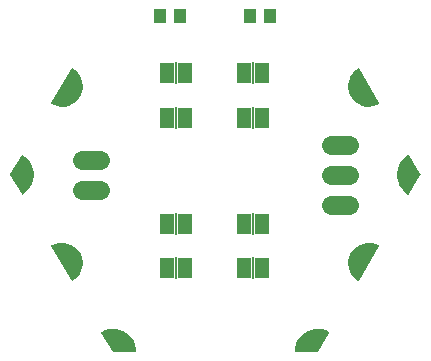
<source format=gbr>
G04 EAGLE Gerber RS-274X export*
G75*
%MOMM*%
%FSLAX34Y34*%
%LPD*%
%INSoldermask Bottom*%
%IPPOS*%
%AMOC8*
5,1,8,0,0,1.08239X$1,22.5*%
G01*
%ADD10R,1.101600X1.201600*%
%ADD11C,1.101600*%
%ADD12R,1.270000X1.701800*%
%ADD13R,0.152400X1.828800*%
%ADD14C,1.625600*%

G36*
X225317Y256520D02*
X225317Y256520D01*
X225388Y256517D01*
X225415Y256527D01*
X225444Y256529D01*
X225534Y256571D01*
X225574Y256586D01*
X225582Y256594D01*
X225595Y256600D01*
X227898Y258199D01*
X227922Y258225D01*
X227962Y258252D01*
X229971Y260209D01*
X229990Y260238D01*
X230025Y260271D01*
X231684Y262532D01*
X231699Y262563D01*
X231728Y262602D01*
X232992Y265105D01*
X233001Y265139D01*
X233023Y265182D01*
X233859Y267859D01*
X233862Y267893D01*
X233877Y267939D01*
X234260Y270718D01*
X234258Y270752D01*
X234264Y270800D01*
X234185Y273603D01*
X234177Y273637D01*
X234176Y273685D01*
X233637Y276437D01*
X233623Y276469D01*
X233614Y276517D01*
X232629Y279142D01*
X232614Y279167D01*
X232609Y279187D01*
X232601Y279198D01*
X232594Y279217D01*
X231190Y281645D01*
X231167Y281671D01*
X231143Y281713D01*
X229359Y283876D01*
X229332Y283898D01*
X229301Y283935D01*
X227185Y285776D01*
X227155Y285793D01*
X227119Y285825D01*
X224728Y287292D01*
X224696Y287303D01*
X224655Y287329D01*
X222056Y288382D01*
X222022Y288389D01*
X221977Y288407D01*
X219240Y289018D01*
X219205Y289019D01*
X219158Y289030D01*
X216358Y289182D01*
X216324Y289177D01*
X216276Y289180D01*
X213488Y288870D01*
X213455Y288859D01*
X213407Y288854D01*
X210709Y288089D01*
X210679Y288073D01*
X210632Y288060D01*
X208097Y286861D01*
X208073Y286844D01*
X208046Y286834D01*
X207994Y286785D01*
X207937Y286742D01*
X207923Y286717D01*
X207902Y286697D01*
X207873Y286632D01*
X207837Y286571D01*
X207834Y286542D01*
X207822Y286515D01*
X207821Y286444D01*
X207812Y286373D01*
X207820Y286345D01*
X207820Y286316D01*
X207854Y286223D01*
X207866Y286182D01*
X207873Y286173D01*
X207878Y286160D01*
X224878Y256760D01*
X224897Y256738D01*
X224910Y256712D01*
X224963Y256664D01*
X225010Y256611D01*
X225036Y256599D01*
X225058Y256579D01*
X225125Y256556D01*
X225189Y256526D01*
X225218Y256524D01*
X225246Y256515D01*
X225317Y256520D01*
G37*
G36*
X477096Y404243D02*
X477096Y404243D01*
X477144Y404240D01*
X479932Y404550D01*
X479965Y404561D01*
X480013Y404566D01*
X482711Y405331D01*
X482741Y405347D01*
X482788Y405360D01*
X485323Y406559D01*
X485347Y406576D01*
X485374Y406586D01*
X485426Y406635D01*
X485483Y406678D01*
X485497Y406703D01*
X485519Y406723D01*
X485547Y406788D01*
X485583Y406850D01*
X485586Y406878D01*
X485598Y406905D01*
X485599Y406976D01*
X485608Y407047D01*
X485600Y407075D01*
X485600Y407104D01*
X485566Y407197D01*
X485554Y407238D01*
X485547Y407247D01*
X485542Y407260D01*
X468542Y436660D01*
X468523Y436682D01*
X468510Y436708D01*
X468457Y436756D01*
X468410Y436809D01*
X468384Y436821D01*
X468362Y436841D01*
X468295Y436864D01*
X468231Y436894D01*
X468202Y436896D01*
X468174Y436905D01*
X468103Y436900D01*
X468032Y436903D01*
X468005Y436893D01*
X467976Y436891D01*
X467886Y436849D01*
X467846Y436834D01*
X467838Y436826D01*
X467825Y436820D01*
X465522Y435221D01*
X465498Y435196D01*
X465458Y435168D01*
X463449Y433211D01*
X463430Y433182D01*
X463395Y433149D01*
X461736Y430888D01*
X461721Y430857D01*
X461692Y430818D01*
X460428Y428315D01*
X460419Y428281D01*
X460397Y428238D01*
X459561Y425561D01*
X459558Y425527D01*
X459543Y425481D01*
X459160Y422702D01*
X459162Y422668D01*
X459156Y422620D01*
X459235Y419817D01*
X459243Y419783D01*
X459244Y419735D01*
X459783Y416983D01*
X459797Y416951D01*
X459806Y416903D01*
X460791Y414278D01*
X460809Y414248D01*
X460826Y414203D01*
X462230Y411775D01*
X462253Y411749D01*
X462277Y411708D01*
X464061Y409544D01*
X464088Y409522D01*
X464119Y409485D01*
X466235Y407644D01*
X466265Y407627D01*
X466301Y407596D01*
X468692Y406128D01*
X468724Y406117D01*
X468765Y406091D01*
X471364Y405038D01*
X471398Y405031D01*
X471443Y405013D01*
X474180Y404402D01*
X474215Y404401D01*
X474262Y404390D01*
X477062Y404238D01*
X477096Y404243D01*
G37*
G36*
X468136Y256521D02*
X468136Y256521D01*
X468207Y256520D01*
X468234Y256531D01*
X468263Y256535D01*
X468325Y256569D01*
X468390Y256597D01*
X468411Y256618D01*
X468436Y256632D01*
X468499Y256708D01*
X468529Y256739D01*
X468533Y256749D01*
X468542Y256760D01*
X485542Y286160D01*
X485551Y286188D01*
X485568Y286212D01*
X485583Y286281D01*
X485605Y286349D01*
X485603Y286378D01*
X485609Y286406D01*
X485596Y286476D01*
X485590Y286547D01*
X485577Y286573D01*
X485571Y286601D01*
X485531Y286660D01*
X485499Y286723D01*
X485476Y286742D01*
X485460Y286766D01*
X485378Y286823D01*
X485345Y286850D01*
X485335Y286853D01*
X485323Y286861D01*
X482788Y288060D01*
X482754Y288068D01*
X482711Y288089D01*
X480013Y288854D01*
X479978Y288856D01*
X479932Y288870D01*
X477144Y289180D01*
X477110Y289177D01*
X477062Y289182D01*
X474262Y289030D01*
X474228Y289021D01*
X474180Y289018D01*
X471443Y288407D01*
X471411Y288393D01*
X471364Y288382D01*
X468765Y287329D01*
X468736Y287310D01*
X468692Y287292D01*
X466301Y285825D01*
X466276Y285801D01*
X466235Y285776D01*
X464119Y283935D01*
X464098Y283908D01*
X464061Y283876D01*
X462277Y281713D01*
X462261Y281682D01*
X462230Y281645D01*
X460826Y279217D01*
X460815Y279184D01*
X460808Y279171D01*
X460798Y279157D01*
X460798Y279154D01*
X460791Y279142D01*
X459806Y276517D01*
X459800Y276482D01*
X459783Y276437D01*
X459244Y273685D01*
X459244Y273651D01*
X459235Y273603D01*
X459156Y270800D01*
X459162Y270766D01*
X459160Y270718D01*
X459543Y267939D01*
X459555Y267907D01*
X459561Y267859D01*
X460397Y265182D01*
X460414Y265151D01*
X460428Y265105D01*
X461692Y262602D01*
X461714Y262575D01*
X461736Y262532D01*
X463395Y260271D01*
X463421Y260248D01*
X463449Y260209D01*
X465458Y258252D01*
X465487Y258233D01*
X465522Y258199D01*
X467825Y256600D01*
X467852Y256588D01*
X467875Y256570D01*
X467943Y256549D01*
X468008Y256521D01*
X468037Y256521D01*
X468065Y256513D01*
X468136Y256521D01*
G37*
G36*
X219158Y404390D02*
X219158Y404390D01*
X219192Y404399D01*
X219240Y404402D01*
X221977Y405013D01*
X222009Y405027D01*
X222056Y405038D01*
X224655Y406091D01*
X224684Y406110D01*
X224728Y406128D01*
X227119Y407596D01*
X227144Y407619D01*
X227185Y407644D01*
X229301Y409485D01*
X229322Y409512D01*
X229359Y409544D01*
X231143Y411708D01*
X231159Y411738D01*
X231190Y411775D01*
X232594Y414203D01*
X232605Y414236D01*
X232629Y414278D01*
X233614Y416903D01*
X233620Y416938D01*
X233637Y416983D01*
X234176Y419735D01*
X234176Y419770D01*
X234185Y419817D01*
X234264Y422620D01*
X234259Y422654D01*
X234260Y422702D01*
X233877Y425481D01*
X233865Y425513D01*
X233859Y425561D01*
X233023Y428238D01*
X233006Y428269D01*
X232992Y428315D01*
X231728Y430818D01*
X231706Y430845D01*
X231684Y430888D01*
X230025Y433149D01*
X229999Y433172D01*
X229971Y433211D01*
X227962Y435168D01*
X227933Y435187D01*
X227898Y435221D01*
X225595Y436820D01*
X225568Y436832D01*
X225545Y436850D01*
X225477Y436871D01*
X225412Y436899D01*
X225383Y436899D01*
X225355Y436907D01*
X225284Y436899D01*
X225213Y436900D01*
X225186Y436889D01*
X225157Y436885D01*
X225095Y436851D01*
X225030Y436823D01*
X225009Y436802D01*
X224984Y436788D01*
X224921Y436712D01*
X224891Y436681D01*
X224887Y436671D01*
X224878Y436660D01*
X207878Y407260D01*
X207869Y407232D01*
X207852Y407208D01*
X207837Y407139D01*
X207815Y407071D01*
X207817Y407042D01*
X207811Y407014D01*
X207824Y406944D01*
X207830Y406873D01*
X207843Y406847D01*
X207849Y406819D01*
X207889Y406760D01*
X207921Y406697D01*
X207944Y406678D01*
X207960Y406654D01*
X208042Y406597D01*
X208075Y406570D01*
X208085Y406567D01*
X208097Y406559D01*
X210632Y405360D01*
X210666Y405352D01*
X210709Y405331D01*
X213407Y404566D01*
X213442Y404564D01*
X213488Y404550D01*
X216276Y404240D01*
X216310Y404243D01*
X216358Y404238D01*
X219158Y404390D01*
G37*
G36*
X510437Y329721D02*
X510437Y329721D01*
X510508Y329721D01*
X510535Y329732D01*
X510564Y329735D01*
X510626Y329770D01*
X510691Y329798D01*
X510712Y329818D01*
X510737Y329833D01*
X510800Y329910D01*
X510830Y329940D01*
X510834Y329950D01*
X510843Y329961D01*
X520343Y346461D01*
X520353Y346493D01*
X520362Y346506D01*
X520366Y346530D01*
X520367Y346534D01*
X520398Y346604D01*
X520398Y346628D01*
X520406Y346650D01*
X520400Y346726D01*
X520401Y346803D01*
X520391Y346827D01*
X520390Y346848D01*
X520369Y346887D01*
X520343Y346959D01*
X510843Y363459D01*
X510824Y363481D01*
X510811Y363507D01*
X510758Y363555D01*
X510711Y363608D01*
X510685Y363621D01*
X510664Y363640D01*
X510596Y363663D01*
X510532Y363694D01*
X510503Y363696D01*
X510476Y363705D01*
X510404Y363700D01*
X510333Y363703D01*
X510306Y363693D01*
X510277Y363691D01*
X510187Y363649D01*
X510147Y363634D01*
X510139Y363627D01*
X510126Y363621D01*
X507603Y361879D01*
X507579Y361855D01*
X507541Y361828D01*
X505329Y359704D01*
X505310Y359676D01*
X505276Y359644D01*
X503434Y357193D01*
X503420Y357162D01*
X503391Y357125D01*
X501966Y354410D01*
X501957Y354379D01*
X501941Y354354D01*
X501940Y354346D01*
X501935Y354336D01*
X500964Y351428D01*
X500960Y351394D01*
X500945Y351350D01*
X500453Y348323D01*
X500454Y348289D01*
X500446Y348243D01*
X500446Y345177D01*
X500447Y345173D01*
X500447Y345171D01*
X500453Y345144D01*
X500453Y345097D01*
X500945Y342070D01*
X500957Y342039D01*
X500964Y341992D01*
X501935Y339084D01*
X501952Y339055D01*
X501966Y339010D01*
X503391Y336295D01*
X503413Y336269D01*
X503434Y336227D01*
X505276Y333776D01*
X505301Y333753D01*
X505329Y333716D01*
X507541Y331592D01*
X507569Y331574D01*
X507603Y331541D01*
X510126Y329799D01*
X510153Y329788D01*
X510175Y329769D01*
X510244Y329749D01*
X510309Y329721D01*
X510338Y329721D01*
X510366Y329713D01*
X510437Y329721D01*
G37*
G36*
X183016Y329720D02*
X183016Y329720D01*
X183087Y329717D01*
X183114Y329727D01*
X183143Y329729D01*
X183233Y329771D01*
X183273Y329786D01*
X183281Y329793D01*
X183294Y329799D01*
X185817Y331541D01*
X185841Y331565D01*
X185879Y331592D01*
X188091Y333716D01*
X188110Y333744D01*
X188144Y333776D01*
X189986Y336227D01*
X190000Y336258D01*
X190029Y336295D01*
X191454Y339010D01*
X191463Y339043D01*
X191485Y339084D01*
X192456Y341992D01*
X192460Y342026D01*
X192475Y342070D01*
X192967Y345097D01*
X192966Y345131D01*
X192974Y345177D01*
X192974Y348243D01*
X192967Y348276D01*
X192967Y348323D01*
X192475Y351350D01*
X192463Y351381D01*
X192456Y351428D01*
X191485Y354336D01*
X191472Y354359D01*
X191466Y354384D01*
X191459Y354393D01*
X191454Y354410D01*
X190029Y357125D01*
X190007Y357151D01*
X189986Y357193D01*
X188144Y359644D01*
X188119Y359667D01*
X188091Y359704D01*
X185879Y361828D01*
X185851Y361846D01*
X185817Y361879D01*
X183294Y363621D01*
X183267Y363632D01*
X183245Y363651D01*
X183176Y363671D01*
X183111Y363699D01*
X183082Y363699D01*
X183054Y363707D01*
X182983Y363699D01*
X182912Y363700D01*
X182885Y363688D01*
X182856Y363685D01*
X182794Y363650D01*
X182729Y363622D01*
X182708Y363602D01*
X182683Y363587D01*
X182620Y363510D01*
X182590Y363480D01*
X182586Y363470D01*
X182577Y363459D01*
X173077Y346959D01*
X173053Y346886D01*
X173022Y346816D01*
X173022Y346792D01*
X173014Y346770D01*
X173021Y346694D01*
X173020Y346617D01*
X173029Y346593D01*
X173030Y346572D01*
X173051Y346533D01*
X173070Y346481D01*
X173071Y346475D01*
X173073Y346473D01*
X173077Y346461D01*
X182577Y329961D01*
X182596Y329939D01*
X182609Y329913D01*
X182662Y329865D01*
X182709Y329812D01*
X182735Y329799D01*
X182757Y329780D01*
X182824Y329757D01*
X182888Y329726D01*
X182917Y329725D01*
X182944Y329715D01*
X183016Y329720D01*
G37*
G36*
X433386Y196226D02*
X433386Y196226D01*
X433464Y196235D01*
X433483Y196246D01*
X433505Y196250D01*
X433569Y196294D01*
X433637Y196333D01*
X433653Y196352D01*
X433669Y196363D01*
X433693Y196401D01*
X433743Y196461D01*
X443243Y212961D01*
X443252Y212988D01*
X443268Y213012D01*
X443283Y213082D01*
X443306Y213150D01*
X443303Y213178D01*
X443309Y213206D01*
X443296Y213277D01*
X443290Y213348D01*
X443277Y213373D01*
X443271Y213401D01*
X443231Y213461D01*
X443198Y213524D01*
X443176Y213542D01*
X443160Y213566D01*
X443077Y213624D01*
X443045Y213651D01*
X443034Y213654D01*
X443024Y213661D01*
X440258Y214970D01*
X440225Y214978D01*
X440182Y214998D01*
X437242Y215846D01*
X437208Y215849D01*
X437164Y215862D01*
X434126Y216227D01*
X434092Y216224D01*
X434045Y216230D01*
X430988Y216103D01*
X430955Y216095D01*
X430908Y216094D01*
X427911Y215478D01*
X427880Y215465D01*
X427834Y215456D01*
X424974Y214367D01*
X424946Y214349D01*
X424902Y214333D01*
X422254Y212799D01*
X422228Y212777D01*
X422188Y212754D01*
X419820Y210816D01*
X419798Y210789D01*
X419762Y210760D01*
X417735Y208467D01*
X417719Y208438D01*
X417687Y208403D01*
X416055Y205815D01*
X416043Y205783D01*
X416018Y205744D01*
X414822Y202927D01*
X414815Y202894D01*
X414812Y202887D01*
X414808Y202881D01*
X414807Y202875D01*
X414796Y202851D01*
X414068Y199879D01*
X414066Y199845D01*
X414055Y199800D01*
X413812Y196750D01*
X413816Y196721D01*
X413811Y196693D01*
X413828Y196624D01*
X413836Y196552D01*
X413851Y196528D01*
X413857Y196500D01*
X413900Y196442D01*
X413936Y196380D01*
X413958Y196363D01*
X413975Y196340D01*
X414037Y196303D01*
X414094Y196260D01*
X414122Y196253D01*
X414146Y196238D01*
X414246Y196222D01*
X414287Y196211D01*
X414297Y196213D01*
X414310Y196211D01*
X433310Y196211D01*
X433386Y196226D01*
G37*
G36*
X279138Y196216D02*
X279138Y196216D01*
X279166Y196214D01*
X279234Y196236D01*
X279305Y196250D01*
X279328Y196266D01*
X279355Y196275D01*
X279410Y196322D01*
X279469Y196363D01*
X279484Y196387D01*
X279506Y196405D01*
X279537Y196470D01*
X279576Y196530D01*
X279581Y196558D01*
X279593Y196584D01*
X279602Y196685D01*
X279609Y196727D01*
X279607Y196737D01*
X279608Y196750D01*
X279365Y199800D01*
X279356Y199832D01*
X279352Y199879D01*
X278624Y202851D01*
X278609Y202882D01*
X278598Y202927D01*
X277402Y205744D01*
X277383Y205772D01*
X277365Y205815D01*
X275733Y208403D01*
X275709Y208427D01*
X275685Y208467D01*
X273658Y210760D01*
X273631Y210780D01*
X273600Y210816D01*
X271233Y212754D01*
X271202Y212770D01*
X271166Y212799D01*
X268518Y214333D01*
X268486Y214343D01*
X268446Y214367D01*
X265586Y215456D01*
X265553Y215461D01*
X265509Y215478D01*
X262512Y216094D01*
X262478Y216094D01*
X262432Y216103D01*
X259375Y216230D01*
X259341Y216225D01*
X259294Y216227D01*
X256256Y215862D01*
X256224Y215851D01*
X256178Y215846D01*
X253238Y214998D01*
X253208Y214982D01*
X253163Y214970D01*
X250397Y213661D01*
X250374Y213644D01*
X250347Y213634D01*
X250295Y213585D01*
X250237Y213542D01*
X250223Y213517D01*
X250202Y213498D01*
X250173Y213432D01*
X250137Y213370D01*
X250134Y213342D01*
X250122Y213316D01*
X250121Y213244D01*
X250112Y213173D01*
X250120Y213146D01*
X250120Y213117D01*
X250155Y213022D01*
X250166Y212982D01*
X250173Y212973D01*
X250177Y212961D01*
X259677Y196461D01*
X259729Y196403D01*
X259775Y196340D01*
X259794Y196329D01*
X259809Y196312D01*
X259879Y196278D01*
X259946Y196238D01*
X259971Y196234D01*
X259988Y196226D01*
X260033Y196224D01*
X260110Y196211D01*
X279110Y196211D01*
X279138Y196216D01*
G37*
D10*
X300110Y481330D03*
X317110Y481330D03*
X393310Y481330D03*
X376310Y481330D03*
D11*
X511910Y346710D03*
X429310Y203610D03*
X264110Y203610D03*
X181510Y346710D03*
X470610Y418210D03*
X470610Y275210D03*
X222810Y275210D03*
X222810Y418210D03*
D12*
X386080Y433070D03*
X370840Y433070D03*
D13*
X378460Y433070D03*
D12*
X386080Y304800D03*
X370840Y304800D03*
D13*
X378460Y304800D03*
D12*
X306070Y304800D03*
X321310Y304800D03*
D13*
X313690Y304800D03*
D12*
X306070Y433070D03*
X321310Y433070D03*
D13*
X313690Y433070D03*
D12*
X386080Y394970D03*
X370840Y394970D03*
D13*
X378460Y394970D03*
D12*
X386080Y267970D03*
X370840Y267970D03*
D13*
X378460Y267970D03*
D12*
X306070Y267970D03*
X321310Y267970D03*
D13*
X313690Y267970D03*
D12*
X306070Y394970D03*
X321310Y394970D03*
D13*
X313690Y394970D03*
D14*
X444500Y321310D02*
X459740Y321310D01*
X459740Y346710D02*
X444500Y346710D01*
X444500Y372110D02*
X459740Y372110D01*
X248920Y334010D02*
X233680Y334010D01*
X233680Y359410D02*
X248920Y359410D01*
M02*

</source>
